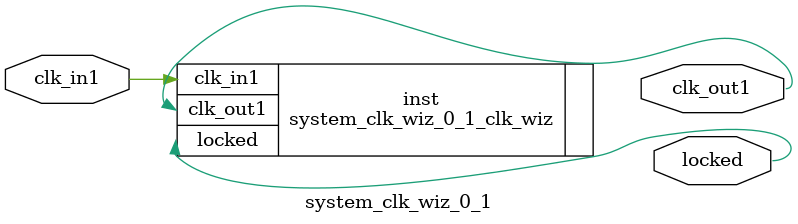
<source format=v>


`timescale 1ps/1ps

(* CORE_GENERATION_INFO = "system_clk_wiz_0_1,clk_wiz_v6_0_16_0_0,{component_name=system_clk_wiz_0_1,use_phase_alignment=true,use_min_o_jitter=false,use_max_i_jitter=false,use_dyn_phase_shift=false,use_inclk_switchover=false,use_dyn_reconfig=false,enable_axi=0,feedback_source=FDBK_AUTO,PRIMITIVE=MMCM,num_out_clk=1,clkin1_period=8.000,clkin2_period=10.000,use_power_down=false,use_reset=false,use_locked=true,use_inclk_stopped=false,feedback_type=SINGLE,CLOCK_MGR_TYPE=NA,manual_override=false}" *)

module system_clk_wiz_0_1 
 (
  // Clock out ports
  output        clk_out1,
  // Status and control signals
  output        locked,
 // Clock in ports
  input         clk_in1
 );

  system_clk_wiz_0_1_clk_wiz inst
  (
  // Clock out ports  
  .clk_out1(clk_out1),
  // Status and control signals               
  .locked(locked),
 // Clock in ports
  .clk_in1(clk_in1)
  );

endmodule

</source>
